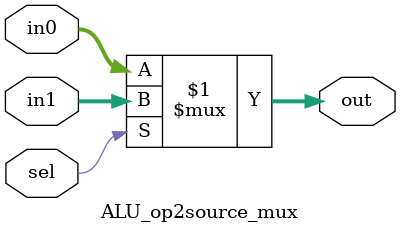
<source format=sv>
module ALU_op2source_mux #(
    parameter DATA_WIDTH = 32
)(
    input logic                   sel,
    input logic  [DATA_WIDTH-1:0] in0,
    input logic  [DATA_WIDTH-1:0] in1,
    output logic [DATA_WIDTH-1:0] out
);

assign out = sel ? in1 : in0;

endmodule

</source>
